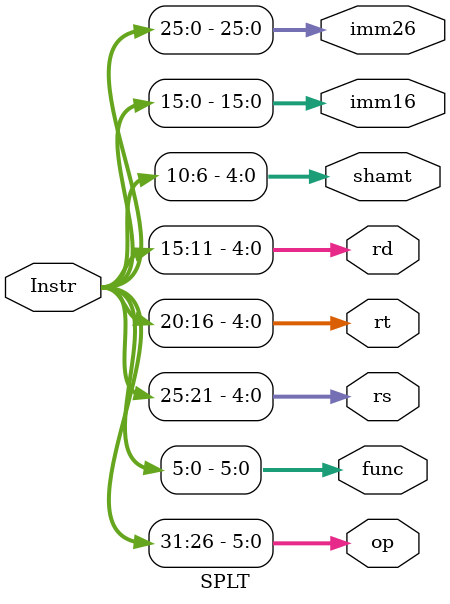
<source format=v>
`include "definations.v"

module SPLT (
        input [31: 0] Instr, //! Instruction
        output [31: 26] op, //! Opcode
        output [5: 0] func, //! Function
        output [25: 21] rs, //! Source Register 1
        output [20: 16] rt, //! Source Register 2
        output [15: 11] rd, //! Destination Register
        output [10: 6] shamt, //! Shift Amount
        output [15: 0] imm16, //! Immediate 16 bits
        output [25: 0] imm26 //! Immediate 26 bits
    );

    assign op = Instr[31 : 26];
    assign rs = Instr[25 : 21];
    assign rt = Instr[20 : 16];
    assign rd = Instr[15 : 11];
    assign shamt = Instr[10 : 6];
    assign func = Instr[5 : 0];
    assign imm16 = Instr[15 : 0];
    assign imm26 = Instr[25 : 0];

endmodule

</source>
